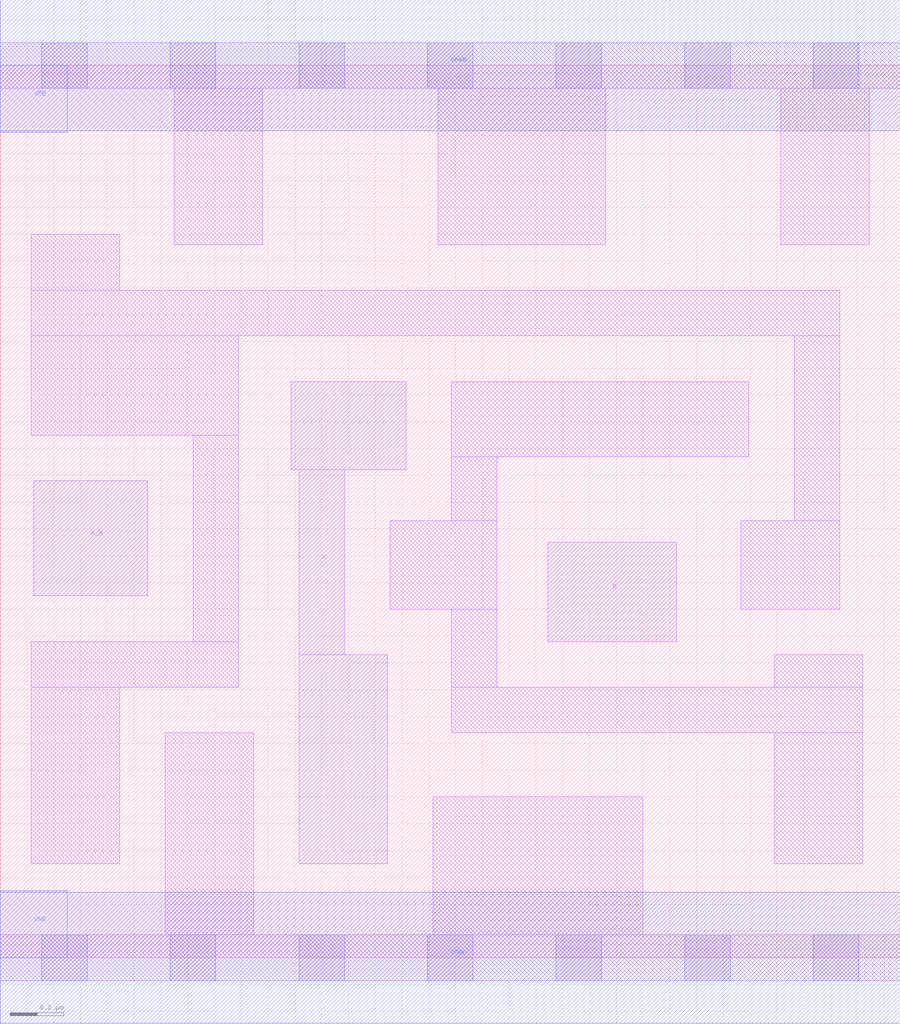
<source format=lef>
# Copyright 2020 The SkyWater PDK Authors
#
# Licensed under the Apache License, Version 2.0 (the "License");
# you may not use this file except in compliance with the License.
# You may obtain a copy of the License at
#
#     https://www.apache.org/licenses/LICENSE-2.0
#
# Unless required by applicable law or agreed to in writing, software
# distributed under the License is distributed on an "AS IS" BASIS,
# WITHOUT WARRANTIES OR CONDITIONS OF ANY KIND, either express or implied.
# See the License for the specific language governing permissions and
# limitations under the License.
#
# SPDX-License-Identifier: Apache-2.0

VERSION 5.5 ;
NAMESCASESENSITIVE ON ;
BUSBITCHARS "[]" ;
DIVIDERCHAR "/" ;
MACRO sky130_fd_sc_hs__and2b_2
  CLASS CORE ;
  SOURCE USER ;
  ORIGIN  0.000000  0.000000 ;
  SIZE  3.360000 BY  3.330000 ;
  SYMMETRY X Y ;
  SITE unit ;
  PIN A_N
    ANTENNAGATEAREA  0.208000 ;
    DIRECTION INPUT ;
    USE SIGNAL ;
    PORT
      LAYER li1 ;
        RECT 0.125000 1.350000 0.550000 1.780000 ;
    END
  END A_N
  PIN B
    ANTENNAGATEAREA  0.261000 ;
    DIRECTION INPUT ;
    USE SIGNAL ;
    PORT
      LAYER li1 ;
        RECT 2.045000 1.180000 2.525000 1.550000 ;
    END
  END B
  PIN X
    ANTENNADIFFAREA  0.543200 ;
    DIRECTION OUTPUT ;
    USE SIGNAL ;
    PORT
      LAYER li1 ;
        RECT 1.085000 1.820000 1.515000 2.150000 ;
        RECT 1.115000 0.350000 1.445000 1.130000 ;
        RECT 1.115000 1.130000 1.285000 1.820000 ;
    END
  END X
  PIN VGND
    DIRECTION INOUT ;
    USE GROUND ;
    PORT
      LAYER met1 ;
        RECT 0.000000 -0.245000 3.360000 0.245000 ;
    END
  END VGND
  PIN VNB
    DIRECTION INOUT ;
    USE GROUND ;
    PORT
      LAYER met1 ;
        RECT 0.000000 0.000000 0.250000 0.250000 ;
    END
  END VNB
  PIN VPB
    DIRECTION INOUT ;
    USE POWER ;
    PORT
      LAYER met1 ;
        RECT 0.000000 3.080000 0.250000 3.330000 ;
    END
  END VPB
  PIN VPWR
    DIRECTION INOUT ;
    USE POWER ;
    PORT
      LAYER met1 ;
        RECT 0.000000 3.085000 3.360000 3.575000 ;
    END
  END VPWR
  OBS
    LAYER li1 ;
      RECT 0.000000 -0.085000 3.360000 0.085000 ;
      RECT 0.000000  3.245000 3.360000 3.415000 ;
      RECT 0.115000  0.350000 0.445000 1.010000 ;
      RECT 0.115000  1.010000 0.890000 1.180000 ;
      RECT 0.115000  1.950000 0.890000 2.320000 ;
      RECT 0.115000  2.320000 3.135000 2.490000 ;
      RECT 0.115000  2.490000 0.445000 2.700000 ;
      RECT 0.615000  0.085000 0.945000 0.840000 ;
      RECT 0.650000  2.660000 0.980000 3.245000 ;
      RECT 0.720000  1.180000 0.890000 1.950000 ;
      RECT 1.455000  1.300000 1.855000 1.630000 ;
      RECT 1.615000  0.085000 2.400000 0.600000 ;
      RECT 1.635000  2.660000 2.260000 3.245000 ;
      RECT 1.685000  0.840000 3.220000 1.010000 ;
      RECT 1.685000  1.010000 1.855000 1.300000 ;
      RECT 1.685000  1.630000 1.855000 1.870000 ;
      RECT 1.685000  1.870000 2.795000 2.150000 ;
      RECT 2.765000  1.300000 3.135000 1.630000 ;
      RECT 2.890000  0.350000 3.220000 0.840000 ;
      RECT 2.890000  1.010000 3.220000 1.130000 ;
      RECT 2.915000  2.660000 3.245000 3.245000 ;
      RECT 2.965000  1.630000 3.135000 2.320000 ;
    LAYER mcon ;
      RECT 0.155000 -0.085000 0.325000 0.085000 ;
      RECT 0.155000  3.245000 0.325000 3.415000 ;
      RECT 0.635000 -0.085000 0.805000 0.085000 ;
      RECT 0.635000  3.245000 0.805000 3.415000 ;
      RECT 1.115000 -0.085000 1.285000 0.085000 ;
      RECT 1.115000  3.245000 1.285000 3.415000 ;
      RECT 1.595000 -0.085000 1.765000 0.085000 ;
      RECT 1.595000  3.245000 1.765000 3.415000 ;
      RECT 2.075000 -0.085000 2.245000 0.085000 ;
      RECT 2.075000  3.245000 2.245000 3.415000 ;
      RECT 2.555000 -0.085000 2.725000 0.085000 ;
      RECT 2.555000  3.245000 2.725000 3.415000 ;
      RECT 3.035000 -0.085000 3.205000 0.085000 ;
      RECT 3.035000  3.245000 3.205000 3.415000 ;
  END
END sky130_fd_sc_hs__and2b_2
END LIBRARY

</source>
